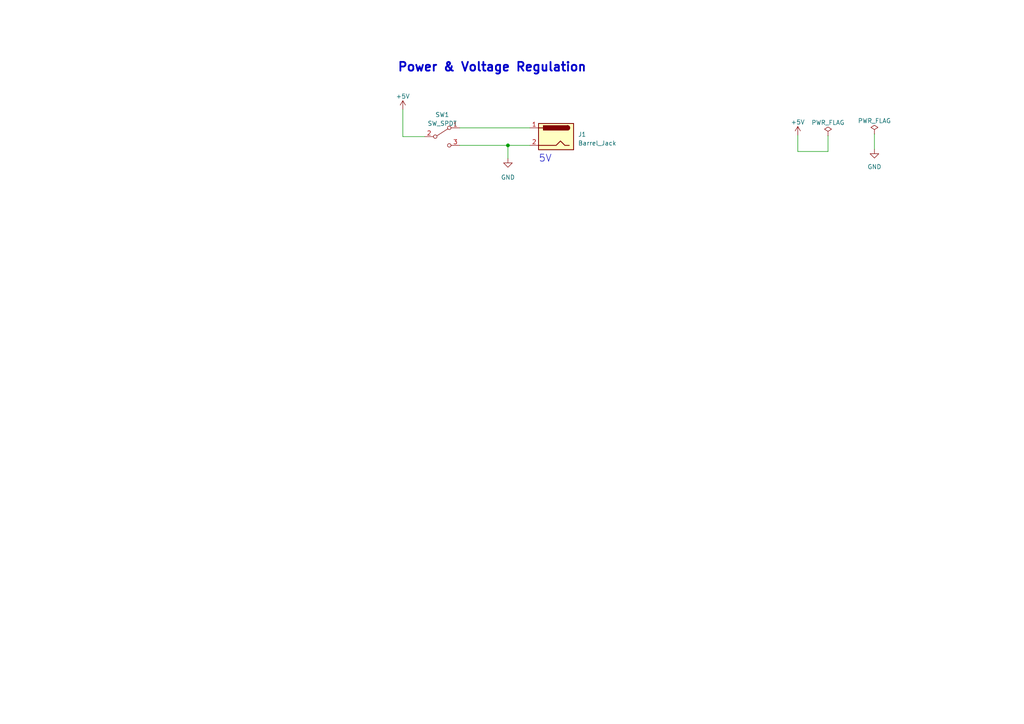
<source format=kicad_sch>
(kicad_sch (version 20230121) (generator eeschema)
  (paper "A4")
  (lib_symbols
    (symbol "Connector:Barrel_Jack" (pin_names (offset 1.016))
      (property "Reference" "J" (at 0 5.334 0))
      (property "Value" "Barrel_Jack" (at 0 -5.08 0))
      (symbol "Barrel_Jack_0_1"
        (rectangle (start -5.08 3.81) (end 5.08 -3.81) (stroke (width 0.254)) (fill (type background)))
        (arc (start -3.302 3.175) (mid -3.9343 2.54) (end -3.302 1.905) (stroke (width 0.254)))
        (arc (start -3.302 3.175) (mid -3.9343 2.54) (end -3.302 1.905) (stroke (width 0.254)) (fill (type outline)))
        (polyline (pts (xy 5.08 2.54) (xy 3.81 2.54)) (stroke (width 0.254)))
        (polyline (pts (xy -3.81 -2.54) (xy -2.54 -2.54) (xy -1.27 -1.27) (xy 0 -2.54) (xy 2.54 -2.54) (xy 5.08 -2.54)) (stroke (width 0.254)))
        (rectangle (start 3.683 3.175) (end -3.302 1.905) (stroke (width 0.254)) (fill (type outline)))
      )
      (symbol "Barrel_Jack_1_1"
        (pin passive line (at 7.62 2.54 180) (length 2.54) (name "~") (number "1"))
        (pin passive line (at 7.62 -2.54 180) (length 2.54) (name "~") (number "2"))
      )
    )
    (symbol "Switch:SW_SPDT" (pin_names (offset 0) hide)
      (property "Reference" "SW" (at 0 4.318 0))
      (property "Value" "SW_SPDT" (at 0 -5.08 0))
      (symbol "SW_SPDT_0_0"
        (circle (center -2.032 0) (radius 0.508))
        (circle (center 2.032 -2.54) (radius 0.508))
      )
      (symbol "SW_SPDT_0_1"
        (polyline (pts (xy -1.524 0.254) (xy 1.651 2.286)))
        (circle (center 2.032 2.54) (radius 0.508))
      )
      (symbol "SW_SPDT_1_1"
        (pin passive line (at 5.08 2.54 180) (length 2.54) (name "A") (number "1"))
        (pin passive line (at -5.08 0 0) (length 2.54) (name "B") (number "2"))
        (pin passive line (at 5.08 -2.54 180) (length 2.54) (name "C") (number "3"))
      )
    )
    (symbol "power:+5V" (power) (pin_names (offset 0))
      (property "Value" "+5V" (at 0 3.556 0))
      (symbol "+5V_0_1"
        (polyline (pts (xy -0.762 1.27) (xy 0 2.54)))
        (polyline (pts (xy 0 0) (xy 0 2.54)))
        (polyline (pts (xy 0 2.54) (xy 0.762 1.27)))
      )
      (symbol "+5V_1_1"
        (pin power_in line (at 0 0 90) (length 0) hide (name "+5V") (number "1"))
      )
    )
    (symbol "power:GND" (power) (pin_names (offset 0))
      (property "Value" "GND" (at 0 -3.81 0))
      (symbol "GND_0_1"
        (polyline (pts (xy 0 0) (xy 0 -1.27) (xy 1.27 -1.27) (xy 0 -2.54) (xy -1.27 -1.27) (xy 0 -1.27)))
      )
      (symbol "GND_1_1"
        (pin power_in line (at 0 0 270) (length 0) hide (name "GND") (number "1"))
      )
    )
    (symbol "power:PWR_FLAG" (power) (pin_numbers hide) (pin_names (offset 0) hide)
      (property "Value" "PWR_FLAG" (at 0 3.81 0))
      (symbol "PWR_FLAG_0_0"
        (pin power_out line (at 0 0 90) (length 0) (name "pwr") (number "1"))
      )
      (symbol "PWR_FLAG_0_1"
        (polyline (pts (xy 0 0) (xy 0 1.27) (xy -1.016 1.905) (xy 0 2.54) (xy 1.016 1.905) (xy 0 1.27)))
      )
    )
  )
  (junction (at 147.32 42.164))
  (wire (pts (xy 123.19 39.624) (xy 116.84 39.624)))
  (wire (pts (xy 116.84 31.75) (xy 116.84 39.624)))
  (wire (pts (xy 231.394 39.243) (xy 231.394 43.942)))
  (wire (pts (xy 253.619 38.862) (xy 253.619 43.307)))
  (wire (pts (xy 240.157 39.37) (xy 240.157 43.942)))
  (wire (pts (xy 240.157 43.942) (xy 231.394 43.942)))
  (wire (pts (xy 147.32 42.164) (xy 147.32 45.974)))
  (wire (pts (xy 133.35 42.164) (xy 147.32 42.164)))
  (wire (pts (xy 133.35 37.084) (xy 153.67 37.084)))
  (wire (pts (xy 147.32 42.164) (xy 153.67 42.164)))
  (text "5V" (at 156.21 47.244 0) (effects (font (size 2.032 2.032)) (justify left bottom)))
  (text "Power & Voltage Regulation" (at 115.189 21.082 0) (effects (font (size 2.54 2.54) (thickness 0.508) bold) (justify left bottom)))
  (symbol (lib_id "power:+5V") (at 231.394 39.243 0) (unit 1)
    (property "Reference" "#PWR074" (effects hide))
    (property "Value" "+5V" (at 231.394 35.433 0))
  )
  (symbol (lib_id "power:+5V") (at 116.84 31.75 0) (unit 1)
    (property "Reference" "#PWR04" (effects hide))
    (property "Value" "+5V" (at 116.84 27.94 0))
  )
  (symbol (lib_id "Connector:Barrel_Jack") (at 161.29 39.624 0) (mirror y) (unit 1)
    (property "Reference" "J1" (at 167.64 38.989 0) (effects (justify right)))
    (property "Value" "Barrel_Jack" (at 167.64 41.529 0) (effects (justify right)))
    (property "Footprint" "arena_custom:DCJACK_2PIN_HIGHCURRENT" (effects hide))
  )
  (symbol (lib_id "Switch:SW_SPDT") (at 128.27 39.624 0) (unit 1)
    (property "Reference" "SW1" (at 128.27 33.274 0))
    (property "Value" "SW_SPDT" (at 128.27 35.814 0))
    (property "Footprint" "arena_custom:slide_switch" (effects hide))
  )
  (symbol (lib_id "power:GND") (at 147.32 45.974 0) (unit 1)
    (property "Reference" "#PWR077" (effects hide))
    (property "Value" "GND" (at 147.32 51.435 0))
  )
  (symbol (lib_id "power:PWR_FLAG") (at 253.619 38.862 0) (unit 1)
    (property "Reference" "#FLG03" (effects hide))
    (property "Value" "PWR_FLAG" (at 253.619 35.052 0))
  )
  (symbol (lib_id "power:PWR_FLAG") (at 240.157 39.37 0) (unit 1)
    (property "Reference" "#FLG01" (effects hide))
    (property "Value" "PWR_FLAG" (at 240.157 35.56 0))
  )
  (symbol (lib_id "power:GND") (at 253.619 43.307 0) (unit 1)
    (property "Reference" "#PWR013" (effects hide))
    (property "Value" "GND" (at 253.619 48.387 0))
  )
)
</source>
